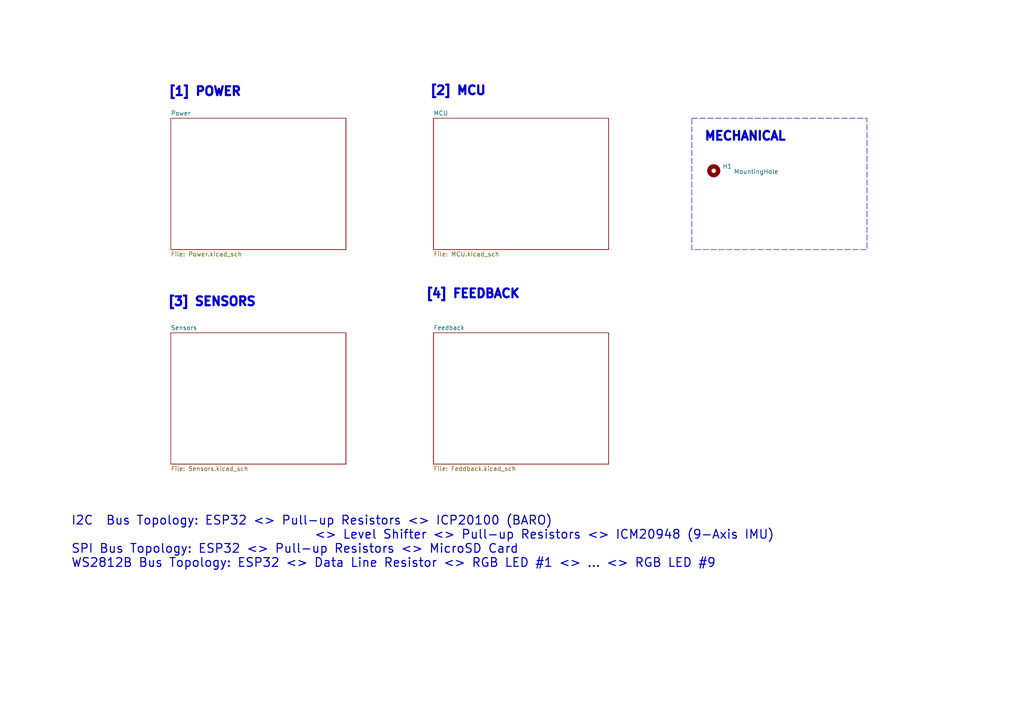
<source format=kicad_sch>
(kicad_sch (version 20231120) (generator "eeschema") (generator_version "8.0")
  (paper "A4")
  (title_block (title "POCKETMUSEUM EDU V0") (date "2025-08-18") (rev "2") (company "Bucharest Applied STEAM Museum"))
  (lib_symbols
    (symbol "Mechanical:MountingHole" (pin_names (offset 1.016)) (exclude_from_sim yes) (in_bom no)
      (property "Reference" "H" (at 0 5.08 0))
      (property "Value" "MountingHole" (at 0 3.175 0))
      (symbol "MountingHole_0_1"
        (circle (center 0 0) (radius 1.27) (stroke (width 1.27)))
      )
    )
  )
  (rectangle (start 200.66 34.29) (end 251.46 72.39) (stroke (width 0) (type dash)))
  (text "[1] POWER" (at 59.436 26.67 0) (effects (font (size 2.54 2.54) (thickness 0.762) (bold yes))))
  (text "I2C  Bus Topology: ESP32 <> Pull-up Resistors <> ICP20100 (BARO) \n							<> Level Shifter <> Pull-up Resistors <> ICM20948 (9-Axis IMU)\nSPI Bus Topology: ESP32 <> Pull-up Resistors <> MicroSD Card\nWS2812B Bus Topology: ESP32 <> Data Line Resistor <> RGB LED #1 <> ... <> RGB LED #9" (at 20.574 157.226 0) (effects (font (size 2.54 2.54) (thickness 0.3175)) (justify left)))
  (text "[2] MCU\n" (at 132.842 26.416 0) (effects (font (size 2.54 2.54) (thickness 0.762) (bold yes))))
  (text "[3] SENSORS\n\n" (at 61.468 89.662 0) (effects (font (size 2.54 2.54) (thickness 0.762) (bold yes))))
  (text "MECHANICAL" (at 216.154 39.624 0) (effects (font (size 2.54 2.54) (thickness 0.762) (bold yes))))
  (text "[4] FEEDBACK\n\n\n" (at 137.16 89.408 0) (effects (font (size 2.54 2.54) (thickness 0.762) (bold yes))))
  (symbol (lib_id "Mechanical:MountingHole") (at 207.01 49.53 0) (unit 1) (exclude_from_sim yes) (in_bom no)
    (property "Reference" "H1" (at 209.55 48.2599 0) (effects (justify left)))
    (property "Value" "MountingHole" (at 212.852 49.784 0) (effects (justify left)))
    (property "Footprint" "MountingHole:MountingHole_3.5mm" (effects (hide yes)))
    (property "Description" "Mounting Hole without connection" (effects (hide yes)))
  )
  (sheet (at 49.53 34.29) (size 50.8 38.1) (stroke (width 0.1524))
    (property "Sheetname" "Power" (at 49.53 33.5784 0) (effects (justify left bottom)))
    (property "Sheetfile" "Power.kicad_sch" (at 49.53 72.9746 0) (effects (justify left top)))
  )
  (sheet (at 49.53 96.52) (size 50.8 38.1) (stroke (width 0.1524))
    (property "Sheetname" "Sensors" (at 49.53 95.8084 0) (effects (justify left bottom)))
    (property "Sheetfile" "Sensors.kicad_sch" (at 49.53 135.2046 0) (effects (justify left top)))
  )
  (sheet (at 125.73 96.52) (size 50.8 38.1) (stroke (width 0.1524))
    (property "Sheetname" "Feedback" (at 125.73 95.8084 0) (effects (justify left bottom)))
    (property "Sheetfile" "Feddback.kicad_sch" (at 125.73 135.2046 0) (effects (justify left top)))
  )
  (sheet (at 125.73 34.29) (size 50.8 38.1) (stroke (width 0.1524))
    (property "Sheetname" "MCU" (at 125.73 33.5784 0) (effects (justify left bottom)))
    (property "Sheetfile" "MCU.kicad_sch" (at 125.73 72.9746 0) (effects (justify left top)))
  )
)
</source>
